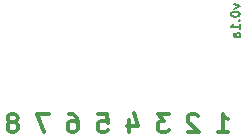
<source format=gbo>
G04 #@! TF.FileFunction,Legend,Bot*
%FSLAX46Y46*%
G04 Gerber Fmt 4.6, Leading zero omitted, Abs format (unit mm)*
G04 Created by KiCad (PCBNEW 4.0.6-e0-6349~53~ubuntu16.04.1) date Fri Jun  9 17:52:53 2017*
%MOMM*%
%LPD*%
G01*
G04 APERTURE LIST*
%ADD10C,0.100000*%
%ADD11C,0.187500*%
%ADD12C,0.300000*%
G04 APERTURE END LIST*
D10*
D11*
X20839286Y14410714D02*
X21339286Y14232143D01*
X20839286Y14053571D01*
X20589286Y13624999D02*
X20589286Y13553571D01*
X20625000Y13482142D01*
X20660714Y13446428D01*
X20732143Y13410714D01*
X20875000Y13374999D01*
X21053571Y13374999D01*
X21196429Y13410714D01*
X21267857Y13446428D01*
X21303571Y13482142D01*
X21339286Y13553571D01*
X21339286Y13624999D01*
X21303571Y13696428D01*
X21267857Y13732142D01*
X21196429Y13767857D01*
X21053571Y13803571D01*
X20875000Y13803571D01*
X20732143Y13767857D01*
X20660714Y13732142D01*
X20625000Y13696428D01*
X20589286Y13624999D01*
X21267857Y13053571D02*
X21303571Y13017856D01*
X21339286Y13053571D01*
X21303571Y13089285D01*
X21267857Y13053571D01*
X21339286Y13053571D01*
X21339286Y12303570D02*
X21339286Y12732142D01*
X21339286Y12517856D02*
X20589286Y12517856D01*
X20696429Y12589285D01*
X20767857Y12660713D01*
X20803571Y12732142D01*
X21339286Y11660713D02*
X20946429Y11660713D01*
X20875000Y11696427D01*
X20839286Y11767856D01*
X20839286Y11910713D01*
X20875000Y11982142D01*
X21303571Y11660713D02*
X21339286Y11732142D01*
X21339286Y11910713D01*
X21303571Y11982142D01*
X21232143Y12017856D01*
X21160714Y12017856D01*
X21089286Y11982142D01*
X21053571Y11910713D01*
X21053571Y11732142D01*
X21017857Y11660713D01*
D12*
X2252856Y4464571D02*
X2395714Y4536000D01*
X2467142Y4607429D01*
X2538571Y4750286D01*
X2538571Y4821714D01*
X2467142Y4964571D01*
X2395714Y5036000D01*
X2252856Y5107429D01*
X1967142Y5107429D01*
X1824285Y5036000D01*
X1752856Y4964571D01*
X1681428Y4821714D01*
X1681428Y4750286D01*
X1752856Y4607429D01*
X1824285Y4536000D01*
X1967142Y4464571D01*
X2252856Y4464571D01*
X2395714Y4393143D01*
X2467142Y4321714D01*
X2538571Y4178857D01*
X2538571Y3893143D01*
X2467142Y3750286D01*
X2395714Y3678857D01*
X2252856Y3607429D01*
X1967142Y3607429D01*
X1824285Y3678857D01*
X1752856Y3750286D01*
X1681428Y3893143D01*
X1681428Y4178857D01*
X1752856Y4321714D01*
X1824285Y4393143D01*
X1967142Y4464571D01*
X5149999Y5107429D02*
X4149999Y5107429D01*
X4792856Y3607429D01*
X6904285Y5107429D02*
X7189999Y5107429D01*
X7332856Y5036000D01*
X7404285Y4964571D01*
X7547142Y4750286D01*
X7618571Y4464571D01*
X7618571Y3893143D01*
X7547142Y3750286D01*
X7475714Y3678857D01*
X7332856Y3607429D01*
X7047142Y3607429D01*
X6904285Y3678857D01*
X6832856Y3750286D01*
X6761428Y3893143D01*
X6761428Y4250286D01*
X6832856Y4393143D01*
X6904285Y4464571D01*
X7047142Y4536000D01*
X7332856Y4536000D01*
X7475714Y4464571D01*
X7547142Y4393143D01*
X7618571Y4250286D01*
X9372856Y5107429D02*
X10087142Y5107429D01*
X10158571Y4393143D01*
X10087142Y4464571D01*
X9944285Y4536000D01*
X9587142Y4536000D01*
X9444285Y4464571D01*
X9372856Y4393143D01*
X9301428Y4250286D01*
X9301428Y3893143D01*
X9372856Y3750286D01*
X9444285Y3678857D01*
X9587142Y3607429D01*
X9944285Y3607429D01*
X10087142Y3678857D01*
X10158571Y3750286D01*
X11984285Y4607429D02*
X11984285Y3607429D01*
X12341428Y5178857D02*
X12698571Y4107429D01*
X11769999Y4107429D01*
X15309999Y5107429D02*
X14381428Y5107429D01*
X14881428Y4536000D01*
X14667142Y4536000D01*
X14524285Y4464571D01*
X14452856Y4393143D01*
X14381428Y4250286D01*
X14381428Y3893143D01*
X14452856Y3750286D01*
X14524285Y3678857D01*
X14667142Y3607429D01*
X15095714Y3607429D01*
X15238571Y3678857D01*
X15309999Y3750286D01*
X17778571Y4964571D02*
X17707142Y5036000D01*
X17564285Y5107429D01*
X17207142Y5107429D01*
X17064285Y5036000D01*
X16992856Y4964571D01*
X16921428Y4821714D01*
X16921428Y4678857D01*
X16992856Y4464571D01*
X17849999Y3607429D01*
X16921428Y3607429D01*
X19461428Y3607429D02*
X20318571Y3607429D01*
X19889999Y3607429D02*
X19889999Y5107429D01*
X20032856Y4893143D01*
X20175714Y4750286D01*
X20318571Y4678857D01*
M02*

</source>
